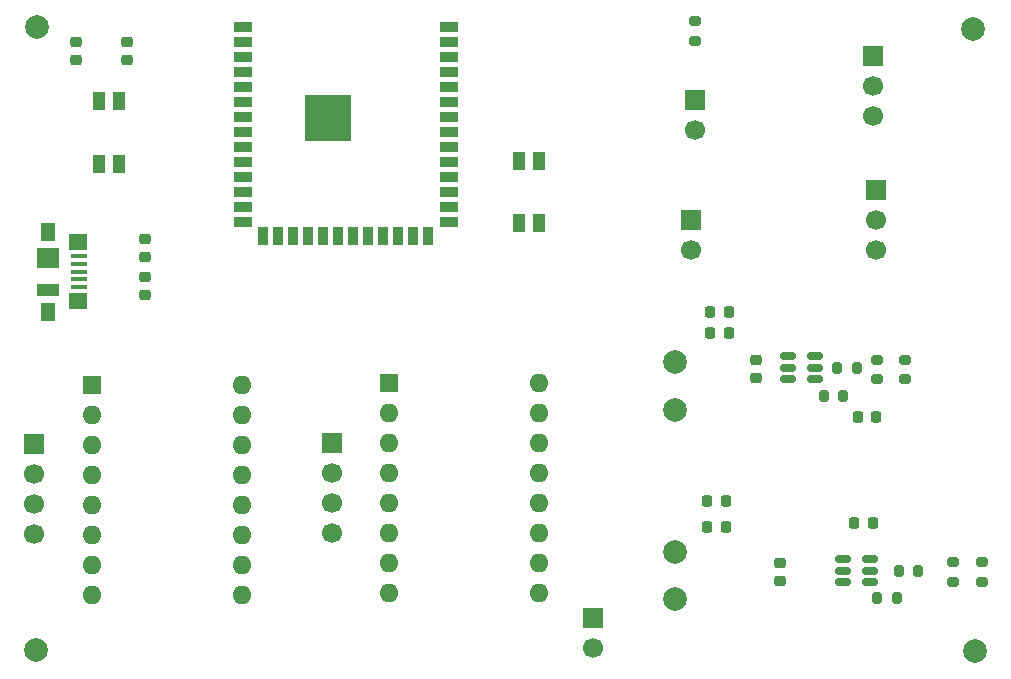
<source format=gts>
%TF.GenerationSoftware,KiCad,Pcbnew,9.0.6*%
%TF.CreationDate,2025-11-17T01:57:32-05:00*%
%TF.ProjectId,DoodleBot,446f6f64-6c65-4426-9f74-2e6b69636164,rev?*%
%TF.SameCoordinates,Original*%
%TF.FileFunction,Soldermask,Top*%
%TF.FilePolarity,Negative*%
%FSLAX46Y46*%
G04 Gerber Fmt 4.6, Leading zero omitted, Abs format (unit mm)*
G04 Created by KiCad (PCBNEW 9.0.6) date 2025-11-17 01:57:32*
%MOMM*%
%LPD*%
G01*
G04 APERTURE LIST*
G04 Aperture macros list*
%AMRoundRect*
0 Rectangle with rounded corners*
0 $1 Rounding radius*
0 $2 $3 $4 $5 $6 $7 $8 $9 X,Y pos of 4 corners*
0 Add a 4 corners polygon primitive as box body*
4,1,4,$2,$3,$4,$5,$6,$7,$8,$9,$2,$3,0*
0 Add four circle primitives for the rounded corners*
1,1,$1+$1,$2,$3*
1,1,$1+$1,$4,$5*
1,1,$1+$1,$6,$7*
1,1,$1+$1,$8,$9*
0 Add four rect primitives between the rounded corners*
20,1,$1+$1,$2,$3,$4,$5,0*
20,1,$1+$1,$4,$5,$6,$7,0*
20,1,$1+$1,$6,$7,$8,$9,0*
20,1,$1+$1,$8,$9,$2,$3,0*%
G04 Aperture macros list end*
%ADD10C,2.000000*%
%ADD11R,1.380000X0.450000*%
%ADD12R,1.300000X1.650000*%
%ADD13R,1.550000X1.425000*%
%ADD14R,1.900000X1.800000*%
%ADD15R,1.900000X1.000000*%
%ADD16R,1.000000X1.550000*%
%ADD17RoundRect,0.218750X-0.256250X0.218750X-0.256250X-0.218750X0.256250X-0.218750X0.256250X0.218750X0*%
%ADD18RoundRect,0.218750X0.256250X-0.218750X0.256250X0.218750X-0.256250X0.218750X-0.256250X-0.218750X0*%
%ADD19RoundRect,0.225000X-0.250000X0.225000X-0.250000X-0.225000X0.250000X-0.225000X0.250000X0.225000X0*%
%ADD20RoundRect,0.225000X0.225000X0.250000X-0.225000X0.250000X-0.225000X-0.250000X0.225000X-0.250000X0*%
%ADD21RoundRect,0.200000X0.275000X-0.200000X0.275000X0.200000X-0.275000X0.200000X-0.275000X-0.200000X0*%
%ADD22RoundRect,0.200000X-0.275000X0.200000X-0.275000X-0.200000X0.275000X-0.200000X0.275000X0.200000X0*%
%ADD23RoundRect,0.200000X-0.200000X-0.275000X0.200000X-0.275000X0.200000X0.275000X-0.200000X0.275000X0*%
%ADD24RoundRect,0.150000X-0.512500X-0.150000X0.512500X-0.150000X0.512500X0.150000X-0.512500X0.150000X0*%
%ADD25RoundRect,0.225000X-0.225000X-0.250000X0.225000X-0.250000X0.225000X0.250000X-0.225000X0.250000X0*%
%ADD26RoundRect,0.225000X0.250000X-0.225000X0.250000X0.225000X-0.250000X0.225000X-0.250000X-0.225000X0*%
%ADD27R,1.700000X1.700000*%
%ADD28C,1.700000*%
%ADD29R,1.500000X0.900000*%
%ADD30R,0.900000X1.500000*%
%ADD31C,0.600000*%
%ADD32R,3.900000X3.900000*%
%ADD33R,1.600000X1.600000*%
%ADD34O,1.600000X1.600000*%
G04 APERTURE END LIST*
D10*
%TO.C,*%
X65900000Y-80000000D03*
%TD*%
%TO.C,*%
X65900000Y-80000000D03*
%TD*%
%TO.C,*%
X65800000Y-132700000D03*
%TD*%
%TO.C,*%
X65800000Y-132700000D03*
%TD*%
%TO.C,*%
X145100000Y-80100000D03*
%TD*%
%TO.C,*%
X145100000Y-80100000D03*
%TD*%
%TO.C,*%
X145300000Y-132800000D03*
%TD*%
D11*
%TO.C,J3*%
X69485000Y-99387500D03*
X69485000Y-100037500D03*
X69485000Y-100687500D03*
X69485000Y-101337500D03*
X69485000Y-101987500D03*
D12*
X66825000Y-97312500D03*
D13*
X69400000Y-98200000D03*
D14*
X66825000Y-99537500D03*
D15*
X66825000Y-102237500D03*
D13*
X69400000Y-103175000D03*
D12*
X66825000Y-104062500D03*
%TD*%
D16*
%TO.C,RESET1*%
X72850000Y-86275000D03*
X72850000Y-91525000D03*
X71150000Y-86275000D03*
X71150000Y-91525000D03*
%TD*%
D17*
%TO.C,D1*%
X75050000Y-99450000D03*
X75050000Y-97875000D03*
%TD*%
D18*
%TO.C,D2*%
X75050000Y-101100000D03*
X75050000Y-102675000D03*
%TD*%
D19*
%TO.C,C17*%
X69200000Y-81200000D03*
X69200000Y-82750000D03*
%TD*%
%TO.C,C18*%
X73500000Y-81200000D03*
X73500000Y-82750000D03*
%TD*%
D20*
%TO.C,C7*%
X124456185Y-105859064D03*
X122906185Y-105859064D03*
%TD*%
%TO.C,C2*%
X136650000Y-122000000D03*
X135100000Y-122000000D03*
%TD*%
D10*
%TO.C,L2*%
X119881185Y-108359064D03*
X119881185Y-112359064D03*
%TD*%
D21*
%TO.C,R4*%
X136981185Y-108134064D03*
X136981185Y-109784064D03*
%TD*%
D22*
%TO.C,R3*%
X139381185Y-109784064D03*
X139381185Y-108134064D03*
%TD*%
D23*
%TO.C,R8*%
X135306185Y-108859064D03*
X133656185Y-108859064D03*
%TD*%
D24*
%TO.C,5V_Converter1*%
X131756185Y-107859064D03*
X131756185Y-108809064D03*
X131756185Y-109759064D03*
X129481185Y-109759064D03*
X129481185Y-108809064D03*
X129481185Y-107859064D03*
%TD*%
D20*
%TO.C,C8*%
X122906185Y-104059064D03*
X124456185Y-104059064D03*
%TD*%
D25*
%TO.C,C6*%
X136956185Y-112959064D03*
X135406185Y-112959064D03*
%TD*%
D26*
%TO.C,C5*%
X126781185Y-108159064D03*
X126781185Y-109709064D03*
%TD*%
D16*
%TO.C,BOOT1*%
X108400000Y-91300000D03*
X108400000Y-96550000D03*
X106700000Y-91300000D03*
X106700000Y-96550000D03*
%TD*%
D23*
%TO.C,R5*%
X138675000Y-128300000D03*
X137025000Y-128300000D03*
%TD*%
%TO.C,R6*%
X140500000Y-126000000D03*
X138850000Y-126000000D03*
%TD*%
D22*
%TO.C,R11*%
X121600000Y-79475000D03*
X121600000Y-81125000D03*
%TD*%
D21*
%TO.C,R1*%
X143475000Y-126925000D03*
X143475000Y-125275000D03*
%TD*%
D10*
%TO.C,L1*%
X119950000Y-128400000D03*
X119950000Y-124400000D03*
%TD*%
D27*
%TO.C,J7*%
X136700000Y-82440000D03*
D28*
X136700000Y-84980000D03*
X136700000Y-87520000D03*
%TD*%
D27*
%TO.C,J6*%
X136900000Y-93800000D03*
D28*
X136900000Y-96340000D03*
X136900000Y-98880000D03*
%TD*%
D27*
%TO.C,J5*%
X121600000Y-86125000D03*
D28*
X121600000Y-88665000D03*
%TD*%
D27*
%TO.C,J4*%
X121300000Y-96300000D03*
D28*
X121300000Y-98840000D03*
%TD*%
D27*
%TO.C,J2*%
X90900000Y-115200000D03*
D28*
X90900000Y-117740000D03*
X90900000Y-120280000D03*
X90900000Y-122820000D03*
%TD*%
D27*
%TO.C,J1*%
X65660000Y-115300000D03*
D28*
X65660000Y-117840000D03*
X65660000Y-120380000D03*
X65660000Y-122920000D03*
%TD*%
D20*
%TO.C,C4*%
X124200000Y-122300000D03*
X122650000Y-122300000D03*
%TD*%
%TO.C,C3*%
X124200000Y-120100000D03*
X122650000Y-120100000D03*
%TD*%
D26*
%TO.C,C1*%
X128775000Y-126875000D03*
X128775000Y-125325000D03*
%TD*%
D27*
%TO.C,Battery1*%
X113000000Y-130000000D03*
D28*
X113000000Y-132540000D03*
%TD*%
D24*
%TO.C,3.3V_Converter1*%
X134137500Y-125050000D03*
X134137500Y-126000000D03*
X134137500Y-126950000D03*
X136412500Y-126950000D03*
X136412500Y-126000000D03*
X136412500Y-125050000D03*
%TD*%
D22*
%TO.C,R2*%
X145875000Y-125275000D03*
X145875000Y-126925000D03*
%TD*%
D23*
%TO.C,R7*%
X132500000Y-111200000D03*
X134150000Y-111200000D03*
%TD*%
D29*
%TO.C,U1*%
X83300000Y-79930000D03*
X83300000Y-81200000D03*
X83300000Y-82470000D03*
X83300000Y-83740000D03*
X83300000Y-85010000D03*
X83300000Y-86280000D03*
X83300000Y-87550000D03*
X83300000Y-88820000D03*
X83300000Y-90090000D03*
X83300000Y-91360000D03*
X83300000Y-92630000D03*
X83300000Y-93900000D03*
X83300000Y-95170000D03*
X83300000Y-96440000D03*
D30*
X85065000Y-97690000D03*
X86335000Y-97690000D03*
X87605000Y-97690000D03*
X88875000Y-97690000D03*
X90145000Y-97690000D03*
X91415000Y-97690000D03*
X92685000Y-97690000D03*
X93955000Y-97690000D03*
X95225000Y-97690000D03*
X96495000Y-97690000D03*
X97765000Y-97690000D03*
X99035000Y-97690000D03*
D29*
X100800000Y-96440000D03*
X100800000Y-95170000D03*
X100800000Y-93900000D03*
X100800000Y-92630000D03*
X100800000Y-91360000D03*
X100800000Y-90090000D03*
X100800000Y-88820000D03*
X100800000Y-87550000D03*
X100800000Y-86280000D03*
X100800000Y-85010000D03*
X100800000Y-83740000D03*
X100800000Y-82470000D03*
X100800000Y-81200000D03*
X100800000Y-79930000D03*
D31*
X89150000Y-86950000D03*
X89150000Y-88350000D03*
X89850000Y-86250000D03*
X89850000Y-87650000D03*
X89850000Y-89050000D03*
X90550000Y-86950000D03*
D32*
X90550000Y-87650000D03*
D31*
X90550000Y-88350000D03*
X91250000Y-86250000D03*
X91250000Y-87650000D03*
X91250000Y-89050000D03*
X91950000Y-86950000D03*
X91950000Y-88350000D03*
%TD*%
D33*
%TO.C,A1*%
X70520000Y-110250000D03*
D34*
X70520000Y-112790000D03*
X70520000Y-115330000D03*
X70520000Y-117870000D03*
X70520000Y-120410000D03*
X70520000Y-122950000D03*
X70520000Y-125490000D03*
X70520000Y-128030000D03*
X83220000Y-128030000D03*
X83220000Y-125490000D03*
X83220000Y-122950000D03*
X83220000Y-120410000D03*
X83220000Y-117870000D03*
X83220000Y-115330000D03*
X83220000Y-112790000D03*
X83220000Y-110250000D03*
%TD*%
D33*
%TO.C,A2*%
X95700000Y-110100000D03*
D34*
X95700000Y-112640000D03*
X95700000Y-115180000D03*
X95700000Y-117720000D03*
X95700000Y-120260000D03*
X95700000Y-122800000D03*
X95700000Y-125340000D03*
X95700000Y-127880000D03*
X108400000Y-127880000D03*
X108400000Y-125340000D03*
X108400000Y-122800000D03*
X108400000Y-120260000D03*
X108400000Y-117720000D03*
X108400000Y-115180000D03*
X108400000Y-112640000D03*
X108400000Y-110100000D03*
%TD*%
M02*

</source>
